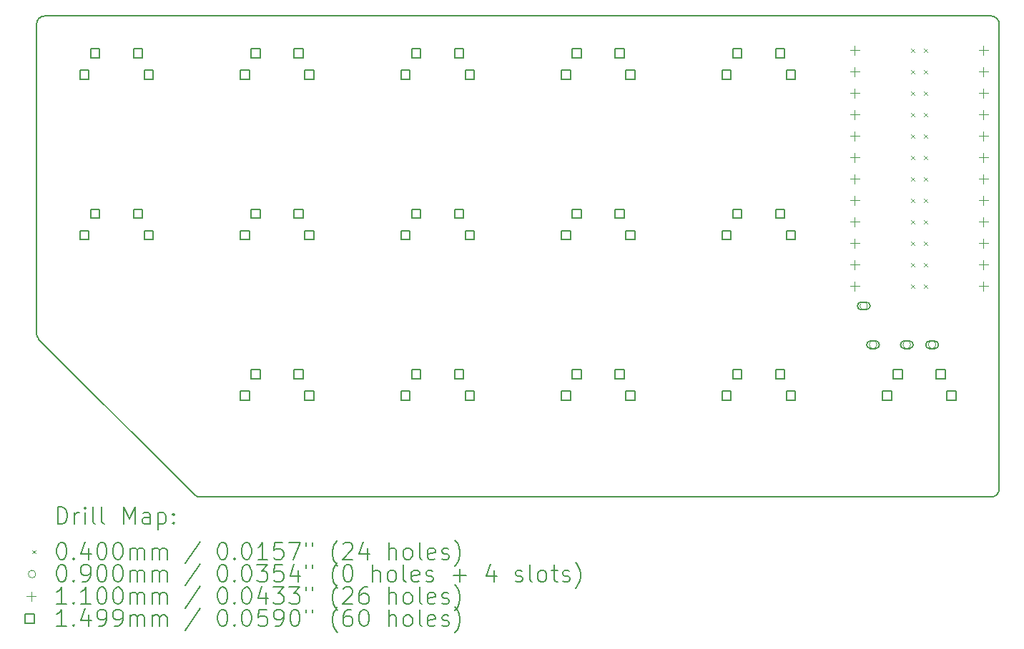
<source format=gbr>
%TF.GenerationSoftware,KiCad,Pcbnew,(6.0.8)*%
%TF.CreationDate,2022-10-06T19:39:48+11:00*%
%TF.ProjectId,bevel,62657665-6c2e-46b6-9963-61645f706362,v1.0.0*%
%TF.SameCoordinates,Original*%
%TF.FileFunction,Drillmap*%
%TF.FilePolarity,Positive*%
%FSLAX45Y45*%
G04 Gerber Fmt 4.5, Leading zero omitted, Abs format (unit mm)*
G04 Created by KiCad (PCBNEW (6.0.8)) date 2022-10-06 19:39:48*
%MOMM*%
%LPD*%
G01*
G04 APERTURE LIST*
%ADD10C,0.150000*%
%ADD11C,0.200000*%
%ADD12C,0.040000*%
%ADD13C,0.090000*%
%ADD14C,0.110000*%
%ADD15C,0.149860*%
G04 APERTURE END LIST*
D10*
X12600000Y-6800000D02*
X12600000Y-1300000D01*
X3141421Y-6900000D02*
X12500000Y-6900000D01*
X12600000Y-1300000D02*
G75*
G03*
X12500000Y-1200000I-100000J0D01*
G01*
X3070712Y-6870709D02*
G75*
G03*
X3141421Y-6900000I70708J70699D01*
G01*
X1200001Y-4958579D02*
G75*
G03*
X1229289Y-5029289I99999J-1D01*
G01*
X12500000Y-6900000D02*
G75*
G03*
X12600000Y-6800000I0J100000D01*
G01*
X1229289Y-5029289D02*
X3070711Y-6870711D01*
X1300000Y-1200000D02*
X12500000Y-1200000D01*
X1300000Y-1200000D02*
G75*
G03*
X1200000Y-1300000I0J-100000D01*
G01*
X1200000Y-1300000D02*
X1200000Y-4958579D01*
D11*
D12*
X11553800Y-1588000D02*
X11593800Y-1628000D01*
X11593800Y-1588000D02*
X11553800Y-1628000D01*
X11553800Y-1842000D02*
X11593800Y-1882000D01*
X11593800Y-1842000D02*
X11553800Y-1882000D01*
X11553800Y-2096000D02*
X11593800Y-2136000D01*
X11593800Y-2096000D02*
X11553800Y-2136000D01*
X11553800Y-2350000D02*
X11593800Y-2390000D01*
X11593800Y-2350000D02*
X11553800Y-2390000D01*
X11553800Y-2604000D02*
X11593800Y-2644000D01*
X11593800Y-2604000D02*
X11553800Y-2644000D01*
X11553800Y-2858000D02*
X11593800Y-2898000D01*
X11593800Y-2858000D02*
X11553800Y-2898000D01*
X11553800Y-3112000D02*
X11593800Y-3152000D01*
X11593800Y-3112000D02*
X11553800Y-3152000D01*
X11553800Y-3366000D02*
X11593800Y-3406000D01*
X11593800Y-3366000D02*
X11553800Y-3406000D01*
X11553800Y-3620000D02*
X11593800Y-3660000D01*
X11593800Y-3620000D02*
X11553800Y-3660000D01*
X11553800Y-3874000D02*
X11593800Y-3914000D01*
X11593800Y-3874000D02*
X11553800Y-3914000D01*
X11553800Y-4128000D02*
X11593800Y-4168000D01*
X11593800Y-4128000D02*
X11553800Y-4168000D01*
X11553800Y-4382000D02*
X11593800Y-4422000D01*
X11593800Y-4382000D02*
X11553800Y-4422000D01*
X11706200Y-1588000D02*
X11746200Y-1628000D01*
X11746200Y-1588000D02*
X11706200Y-1628000D01*
X11706200Y-1842000D02*
X11746200Y-1882000D01*
X11746200Y-1842000D02*
X11706200Y-1882000D01*
X11706200Y-2096000D02*
X11746200Y-2136000D01*
X11746200Y-2096000D02*
X11706200Y-2136000D01*
X11706200Y-2350000D02*
X11746200Y-2390000D01*
X11746200Y-2350000D02*
X11706200Y-2390000D01*
X11706200Y-2604000D02*
X11746200Y-2644000D01*
X11746200Y-2604000D02*
X11706200Y-2644000D01*
X11706200Y-2858000D02*
X11746200Y-2898000D01*
X11746200Y-2858000D02*
X11706200Y-2898000D01*
X11706200Y-3112000D02*
X11746200Y-3152000D01*
X11746200Y-3112000D02*
X11706200Y-3152000D01*
X11706200Y-3366000D02*
X11746200Y-3406000D01*
X11746200Y-3366000D02*
X11706200Y-3406000D01*
X11706200Y-3620000D02*
X11746200Y-3660000D01*
X11746200Y-3620000D02*
X11706200Y-3660000D01*
X11706200Y-3874000D02*
X11746200Y-3914000D01*
X11746200Y-3874000D02*
X11706200Y-3914000D01*
X11706200Y-4128000D02*
X11746200Y-4168000D01*
X11746200Y-4128000D02*
X11706200Y-4168000D01*
X11706200Y-4382000D02*
X11746200Y-4422000D01*
X11746200Y-4382000D02*
X11706200Y-4422000D01*
D13*
X11040000Y-4635000D02*
G75*
G03*
X11040000Y-4635000I-45000J0D01*
G01*
D11*
X11025000Y-4590000D02*
X10965000Y-4590000D01*
X11025000Y-4680000D02*
X10965000Y-4680000D01*
X10965000Y-4590000D02*
G75*
G03*
X10965000Y-4680000I0J-45000D01*
G01*
X11025000Y-4680000D02*
G75*
G03*
X11025000Y-4590000I0J45000D01*
G01*
D13*
X11150000Y-5095000D02*
G75*
G03*
X11150000Y-5095000I-45000J0D01*
G01*
D11*
X11135000Y-5050000D02*
X11075000Y-5050000D01*
X11135000Y-5140000D02*
X11075000Y-5140000D01*
X11075000Y-5050000D02*
G75*
G03*
X11075000Y-5140000I0J-45000D01*
G01*
X11135000Y-5140000D02*
G75*
G03*
X11135000Y-5050000I0J45000D01*
G01*
D13*
X11550000Y-5095000D02*
G75*
G03*
X11550000Y-5095000I-45000J0D01*
G01*
D11*
X11535000Y-5050000D02*
X11475000Y-5050000D01*
X11535000Y-5140000D02*
X11475000Y-5140000D01*
X11475000Y-5050000D02*
G75*
G03*
X11475000Y-5140000I0J-45000D01*
G01*
X11535000Y-5140000D02*
G75*
G03*
X11535000Y-5050000I0J45000D01*
G01*
D13*
X11850000Y-5095000D02*
G75*
G03*
X11850000Y-5095000I-45000J0D01*
G01*
D11*
X11835000Y-5050000D02*
X11775000Y-5050000D01*
X11835000Y-5140000D02*
X11775000Y-5140000D01*
X11775000Y-5050000D02*
G75*
G03*
X11775000Y-5140000I0J-45000D01*
G01*
X11835000Y-5140000D02*
G75*
G03*
X11835000Y-5050000I0J45000D01*
G01*
D14*
X10888000Y-1553000D02*
X10888000Y-1663000D01*
X10833000Y-1608000D02*
X10943000Y-1608000D01*
X10888000Y-1553000D02*
X10888000Y-1663000D01*
X10833000Y-1608000D02*
X10943000Y-1608000D01*
X10888000Y-1807000D02*
X10888000Y-1917000D01*
X10833000Y-1862000D02*
X10943000Y-1862000D01*
X10888000Y-2061000D02*
X10888000Y-2171000D01*
X10833000Y-2116000D02*
X10943000Y-2116000D01*
X10888000Y-2315000D02*
X10888000Y-2425000D01*
X10833000Y-2370000D02*
X10943000Y-2370000D01*
X10888000Y-2569000D02*
X10888000Y-2679000D01*
X10833000Y-2624000D02*
X10943000Y-2624000D01*
X10888000Y-2823000D02*
X10888000Y-2933000D01*
X10833000Y-2878000D02*
X10943000Y-2878000D01*
X10888000Y-3077000D02*
X10888000Y-3187000D01*
X10833000Y-3132000D02*
X10943000Y-3132000D01*
X10888000Y-3331000D02*
X10888000Y-3441000D01*
X10833000Y-3386000D02*
X10943000Y-3386000D01*
X10888000Y-3585000D02*
X10888000Y-3695000D01*
X10833000Y-3640000D02*
X10943000Y-3640000D01*
X10888000Y-3839000D02*
X10888000Y-3949000D01*
X10833000Y-3894000D02*
X10943000Y-3894000D01*
X10888000Y-4093000D02*
X10888000Y-4203000D01*
X10833000Y-4148000D02*
X10943000Y-4148000D01*
X10888000Y-4347000D02*
X10888000Y-4457000D01*
X10833000Y-4402000D02*
X10943000Y-4402000D01*
X12412000Y-1553000D02*
X12412000Y-1663000D01*
X12357000Y-1608000D02*
X12467000Y-1608000D01*
X12412000Y-1553000D02*
X12412000Y-1663000D01*
X12357000Y-1608000D02*
X12467000Y-1608000D01*
X12412000Y-1807000D02*
X12412000Y-1917000D01*
X12357000Y-1862000D02*
X12467000Y-1862000D01*
X12412000Y-2061000D02*
X12412000Y-2171000D01*
X12357000Y-2116000D02*
X12467000Y-2116000D01*
X12412000Y-2315000D02*
X12412000Y-2425000D01*
X12357000Y-2370000D02*
X12467000Y-2370000D01*
X12412000Y-2569000D02*
X12412000Y-2679000D01*
X12357000Y-2624000D02*
X12467000Y-2624000D01*
X12412000Y-2823000D02*
X12412000Y-2933000D01*
X12357000Y-2878000D02*
X12467000Y-2878000D01*
X12412000Y-3077000D02*
X12412000Y-3187000D01*
X12357000Y-3132000D02*
X12467000Y-3132000D01*
X12412000Y-3331000D02*
X12412000Y-3441000D01*
X12357000Y-3386000D02*
X12467000Y-3386000D01*
X12412000Y-3585000D02*
X12412000Y-3695000D01*
X12357000Y-3640000D02*
X12467000Y-3640000D01*
X12412000Y-3839000D02*
X12412000Y-3949000D01*
X12357000Y-3894000D02*
X12467000Y-3894000D01*
X12412000Y-4093000D02*
X12412000Y-4203000D01*
X12357000Y-4148000D02*
X12467000Y-4148000D01*
X12412000Y-4347000D02*
X12412000Y-4457000D01*
X12357000Y-4402000D02*
X12467000Y-4402000D01*
D15*
X1821984Y-1948984D02*
X1821984Y-1843016D01*
X1716016Y-1843016D01*
X1716016Y-1948984D01*
X1821984Y-1948984D01*
X1821984Y-3848984D02*
X1821984Y-3743016D01*
X1716016Y-3743016D01*
X1716016Y-3848984D01*
X1821984Y-3848984D01*
X1948984Y-1694984D02*
X1948984Y-1589016D01*
X1843016Y-1589016D01*
X1843016Y-1694984D01*
X1948984Y-1694984D01*
X1948984Y-3594984D02*
X1948984Y-3489016D01*
X1843016Y-3489016D01*
X1843016Y-3594984D01*
X1948984Y-3594984D01*
X2456984Y-1694984D02*
X2456984Y-1589016D01*
X2351016Y-1589016D01*
X2351016Y-1694984D01*
X2456984Y-1694984D01*
X2456984Y-3594984D02*
X2456984Y-3489016D01*
X2351016Y-3489016D01*
X2351016Y-3594984D01*
X2456984Y-3594984D01*
X2583984Y-1948984D02*
X2583984Y-1843016D01*
X2478016Y-1843016D01*
X2478016Y-1948984D01*
X2583984Y-1948984D01*
X2583984Y-3848984D02*
X2583984Y-3743016D01*
X2478016Y-3743016D01*
X2478016Y-3848984D01*
X2583984Y-3848984D01*
X3721984Y-1948984D02*
X3721984Y-1843016D01*
X3616016Y-1843016D01*
X3616016Y-1948984D01*
X3721984Y-1948984D01*
X3721984Y-3848984D02*
X3721984Y-3743016D01*
X3616016Y-3743016D01*
X3616016Y-3848984D01*
X3721984Y-3848984D01*
X3721984Y-5748984D02*
X3721984Y-5643016D01*
X3616016Y-5643016D01*
X3616016Y-5748984D01*
X3721984Y-5748984D01*
X3848984Y-1694984D02*
X3848984Y-1589016D01*
X3743016Y-1589016D01*
X3743016Y-1694984D01*
X3848984Y-1694984D01*
X3848984Y-3594984D02*
X3848984Y-3489016D01*
X3743016Y-3489016D01*
X3743016Y-3594984D01*
X3848984Y-3594984D01*
X3848984Y-5494984D02*
X3848984Y-5389016D01*
X3743016Y-5389016D01*
X3743016Y-5494984D01*
X3848984Y-5494984D01*
X4356984Y-1694984D02*
X4356984Y-1589016D01*
X4251016Y-1589016D01*
X4251016Y-1694984D01*
X4356984Y-1694984D01*
X4356984Y-3594984D02*
X4356984Y-3489016D01*
X4251016Y-3489016D01*
X4251016Y-3594984D01*
X4356984Y-3594984D01*
X4356984Y-5494984D02*
X4356984Y-5389016D01*
X4251016Y-5389016D01*
X4251016Y-5494984D01*
X4356984Y-5494984D01*
X4483984Y-1948984D02*
X4483984Y-1843016D01*
X4378016Y-1843016D01*
X4378016Y-1948984D01*
X4483984Y-1948984D01*
X4483984Y-3848984D02*
X4483984Y-3743016D01*
X4378016Y-3743016D01*
X4378016Y-3848984D01*
X4483984Y-3848984D01*
X4483984Y-5748984D02*
X4483984Y-5643016D01*
X4378016Y-5643016D01*
X4378016Y-5748984D01*
X4483984Y-5748984D01*
X5621984Y-1948984D02*
X5621984Y-1843016D01*
X5516016Y-1843016D01*
X5516016Y-1948984D01*
X5621984Y-1948984D01*
X5621984Y-3848984D02*
X5621984Y-3743016D01*
X5516016Y-3743016D01*
X5516016Y-3848984D01*
X5621984Y-3848984D01*
X5621984Y-5748984D02*
X5621984Y-5643016D01*
X5516016Y-5643016D01*
X5516016Y-5748984D01*
X5621984Y-5748984D01*
X5748984Y-1694984D02*
X5748984Y-1589016D01*
X5643016Y-1589016D01*
X5643016Y-1694984D01*
X5748984Y-1694984D01*
X5748984Y-3594984D02*
X5748984Y-3489016D01*
X5643016Y-3489016D01*
X5643016Y-3594984D01*
X5748984Y-3594984D01*
X5748984Y-5494984D02*
X5748984Y-5389016D01*
X5643016Y-5389016D01*
X5643016Y-5494984D01*
X5748984Y-5494984D01*
X6256984Y-1694984D02*
X6256984Y-1589016D01*
X6151016Y-1589016D01*
X6151016Y-1694984D01*
X6256984Y-1694984D01*
X6256984Y-3594984D02*
X6256984Y-3489016D01*
X6151016Y-3489016D01*
X6151016Y-3594984D01*
X6256984Y-3594984D01*
X6256984Y-5494984D02*
X6256984Y-5389016D01*
X6151016Y-5389016D01*
X6151016Y-5494984D01*
X6256984Y-5494984D01*
X6383984Y-1948984D02*
X6383984Y-1843016D01*
X6278016Y-1843016D01*
X6278016Y-1948984D01*
X6383984Y-1948984D01*
X6383984Y-3848984D02*
X6383984Y-3743016D01*
X6278016Y-3743016D01*
X6278016Y-3848984D01*
X6383984Y-3848984D01*
X6383984Y-5748984D02*
X6383984Y-5643016D01*
X6278016Y-5643016D01*
X6278016Y-5748984D01*
X6383984Y-5748984D01*
X7521984Y-1948984D02*
X7521984Y-1843016D01*
X7416016Y-1843016D01*
X7416016Y-1948984D01*
X7521984Y-1948984D01*
X7521984Y-3848984D02*
X7521984Y-3743016D01*
X7416016Y-3743016D01*
X7416016Y-3848984D01*
X7521984Y-3848984D01*
X7521984Y-5748984D02*
X7521984Y-5643016D01*
X7416016Y-5643016D01*
X7416016Y-5748984D01*
X7521984Y-5748984D01*
X7648984Y-1694984D02*
X7648984Y-1589016D01*
X7543016Y-1589016D01*
X7543016Y-1694984D01*
X7648984Y-1694984D01*
X7648984Y-3594984D02*
X7648984Y-3489016D01*
X7543016Y-3489016D01*
X7543016Y-3594984D01*
X7648984Y-3594984D01*
X7648984Y-5494984D02*
X7648984Y-5389016D01*
X7543016Y-5389016D01*
X7543016Y-5494984D01*
X7648984Y-5494984D01*
X8156984Y-1694984D02*
X8156984Y-1589016D01*
X8051016Y-1589016D01*
X8051016Y-1694984D01*
X8156984Y-1694984D01*
X8156984Y-3594984D02*
X8156984Y-3489016D01*
X8051016Y-3489016D01*
X8051016Y-3594984D01*
X8156984Y-3594984D01*
X8156984Y-5494984D02*
X8156984Y-5389016D01*
X8051016Y-5389016D01*
X8051016Y-5494984D01*
X8156984Y-5494984D01*
X8283984Y-1948984D02*
X8283984Y-1843016D01*
X8178016Y-1843016D01*
X8178016Y-1948984D01*
X8283984Y-1948984D01*
X8283984Y-3848984D02*
X8283984Y-3743016D01*
X8178016Y-3743016D01*
X8178016Y-3848984D01*
X8283984Y-3848984D01*
X8283984Y-5748984D02*
X8283984Y-5643016D01*
X8178016Y-5643016D01*
X8178016Y-5748984D01*
X8283984Y-5748984D01*
X9421984Y-1948984D02*
X9421984Y-1843016D01*
X9316016Y-1843016D01*
X9316016Y-1948984D01*
X9421984Y-1948984D01*
X9421984Y-3848984D02*
X9421984Y-3743016D01*
X9316016Y-3743016D01*
X9316016Y-3848984D01*
X9421984Y-3848984D01*
X9421984Y-5748984D02*
X9421984Y-5643016D01*
X9316016Y-5643016D01*
X9316016Y-5748984D01*
X9421984Y-5748984D01*
X9548984Y-1694984D02*
X9548984Y-1589016D01*
X9443016Y-1589016D01*
X9443016Y-1694984D01*
X9548984Y-1694984D01*
X9548984Y-3594984D02*
X9548984Y-3489016D01*
X9443016Y-3489016D01*
X9443016Y-3594984D01*
X9548984Y-3594984D01*
X9548984Y-5494984D02*
X9548984Y-5389016D01*
X9443016Y-5389016D01*
X9443016Y-5494984D01*
X9548984Y-5494984D01*
X10056984Y-1694984D02*
X10056984Y-1589016D01*
X9951016Y-1589016D01*
X9951016Y-1694984D01*
X10056984Y-1694984D01*
X10056984Y-3594984D02*
X10056984Y-3489016D01*
X9951016Y-3489016D01*
X9951016Y-3594984D01*
X10056984Y-3594984D01*
X10056984Y-5494984D02*
X10056984Y-5389016D01*
X9951016Y-5389016D01*
X9951016Y-5494984D01*
X10056984Y-5494984D01*
X10183984Y-1948984D02*
X10183984Y-1843016D01*
X10078016Y-1843016D01*
X10078016Y-1948984D01*
X10183984Y-1948984D01*
X10183984Y-3848984D02*
X10183984Y-3743016D01*
X10078016Y-3743016D01*
X10078016Y-3848984D01*
X10183984Y-3848984D01*
X10183984Y-5748984D02*
X10183984Y-5643016D01*
X10078016Y-5643016D01*
X10078016Y-5748984D01*
X10183984Y-5748984D01*
X11321984Y-5748984D02*
X11321984Y-5643016D01*
X11216016Y-5643016D01*
X11216016Y-5748984D01*
X11321984Y-5748984D01*
X11448984Y-5494984D02*
X11448984Y-5389016D01*
X11343016Y-5389016D01*
X11343016Y-5494984D01*
X11448984Y-5494984D01*
X11956984Y-5494984D02*
X11956984Y-5389016D01*
X11851016Y-5389016D01*
X11851016Y-5494984D01*
X11956984Y-5494984D01*
X12083984Y-5748984D02*
X12083984Y-5643016D01*
X11978016Y-5643016D01*
X11978016Y-5748984D01*
X12083984Y-5748984D01*
D11*
X1450119Y-7217976D02*
X1450119Y-7017976D01*
X1497738Y-7017976D01*
X1526309Y-7027500D01*
X1545357Y-7046548D01*
X1554881Y-7065595D01*
X1564405Y-7103690D01*
X1564405Y-7132262D01*
X1554881Y-7170357D01*
X1545357Y-7189405D01*
X1526309Y-7208452D01*
X1497738Y-7217976D01*
X1450119Y-7217976D01*
X1650119Y-7217976D02*
X1650119Y-7084643D01*
X1650119Y-7122738D02*
X1659643Y-7103690D01*
X1669167Y-7094167D01*
X1688214Y-7084643D01*
X1707262Y-7084643D01*
X1773928Y-7217976D02*
X1773928Y-7084643D01*
X1773928Y-7017976D02*
X1764405Y-7027500D01*
X1773928Y-7037024D01*
X1783452Y-7027500D01*
X1773928Y-7017976D01*
X1773928Y-7037024D01*
X1897738Y-7217976D02*
X1878690Y-7208452D01*
X1869167Y-7189405D01*
X1869167Y-7017976D01*
X2002500Y-7217976D02*
X1983452Y-7208452D01*
X1973928Y-7189405D01*
X1973928Y-7017976D01*
X2231071Y-7217976D02*
X2231071Y-7017976D01*
X2297738Y-7160833D01*
X2364405Y-7017976D01*
X2364405Y-7217976D01*
X2545357Y-7217976D02*
X2545357Y-7113214D01*
X2535833Y-7094167D01*
X2516786Y-7084643D01*
X2478690Y-7084643D01*
X2459643Y-7094167D01*
X2545357Y-7208452D02*
X2526310Y-7217976D01*
X2478690Y-7217976D01*
X2459643Y-7208452D01*
X2450119Y-7189405D01*
X2450119Y-7170357D01*
X2459643Y-7151309D01*
X2478690Y-7141786D01*
X2526310Y-7141786D01*
X2545357Y-7132262D01*
X2640595Y-7084643D02*
X2640595Y-7284643D01*
X2640595Y-7094167D02*
X2659643Y-7084643D01*
X2697738Y-7084643D01*
X2716786Y-7094167D01*
X2726310Y-7103690D01*
X2735833Y-7122738D01*
X2735833Y-7179881D01*
X2726310Y-7198928D01*
X2716786Y-7208452D01*
X2697738Y-7217976D01*
X2659643Y-7217976D01*
X2640595Y-7208452D01*
X2821548Y-7198928D02*
X2831071Y-7208452D01*
X2821548Y-7217976D01*
X2812024Y-7208452D01*
X2821548Y-7198928D01*
X2821548Y-7217976D01*
X2821548Y-7094167D02*
X2831071Y-7103690D01*
X2821548Y-7113214D01*
X2812024Y-7103690D01*
X2821548Y-7094167D01*
X2821548Y-7113214D01*
D12*
X1152500Y-7527500D02*
X1192500Y-7567500D01*
X1192500Y-7527500D02*
X1152500Y-7567500D01*
D11*
X1488214Y-7437976D02*
X1507262Y-7437976D01*
X1526309Y-7447500D01*
X1535833Y-7457024D01*
X1545357Y-7476071D01*
X1554881Y-7514167D01*
X1554881Y-7561786D01*
X1545357Y-7599881D01*
X1535833Y-7618928D01*
X1526309Y-7628452D01*
X1507262Y-7637976D01*
X1488214Y-7637976D01*
X1469167Y-7628452D01*
X1459643Y-7618928D01*
X1450119Y-7599881D01*
X1440595Y-7561786D01*
X1440595Y-7514167D01*
X1450119Y-7476071D01*
X1459643Y-7457024D01*
X1469167Y-7447500D01*
X1488214Y-7437976D01*
X1640595Y-7618928D02*
X1650119Y-7628452D01*
X1640595Y-7637976D01*
X1631071Y-7628452D01*
X1640595Y-7618928D01*
X1640595Y-7637976D01*
X1821548Y-7504643D02*
X1821548Y-7637976D01*
X1773928Y-7428452D02*
X1726309Y-7571309D01*
X1850119Y-7571309D01*
X1964405Y-7437976D02*
X1983452Y-7437976D01*
X2002500Y-7447500D01*
X2012024Y-7457024D01*
X2021548Y-7476071D01*
X2031071Y-7514167D01*
X2031071Y-7561786D01*
X2021548Y-7599881D01*
X2012024Y-7618928D01*
X2002500Y-7628452D01*
X1983452Y-7637976D01*
X1964405Y-7637976D01*
X1945357Y-7628452D01*
X1935833Y-7618928D01*
X1926309Y-7599881D01*
X1916786Y-7561786D01*
X1916786Y-7514167D01*
X1926309Y-7476071D01*
X1935833Y-7457024D01*
X1945357Y-7447500D01*
X1964405Y-7437976D01*
X2154881Y-7437976D02*
X2173929Y-7437976D01*
X2192976Y-7447500D01*
X2202500Y-7457024D01*
X2212024Y-7476071D01*
X2221548Y-7514167D01*
X2221548Y-7561786D01*
X2212024Y-7599881D01*
X2202500Y-7618928D01*
X2192976Y-7628452D01*
X2173929Y-7637976D01*
X2154881Y-7637976D01*
X2135833Y-7628452D01*
X2126310Y-7618928D01*
X2116786Y-7599881D01*
X2107262Y-7561786D01*
X2107262Y-7514167D01*
X2116786Y-7476071D01*
X2126310Y-7457024D01*
X2135833Y-7447500D01*
X2154881Y-7437976D01*
X2307262Y-7637976D02*
X2307262Y-7504643D01*
X2307262Y-7523690D02*
X2316786Y-7514167D01*
X2335833Y-7504643D01*
X2364405Y-7504643D01*
X2383452Y-7514167D01*
X2392976Y-7533214D01*
X2392976Y-7637976D01*
X2392976Y-7533214D02*
X2402500Y-7514167D01*
X2421548Y-7504643D01*
X2450119Y-7504643D01*
X2469167Y-7514167D01*
X2478690Y-7533214D01*
X2478690Y-7637976D01*
X2573929Y-7637976D02*
X2573929Y-7504643D01*
X2573929Y-7523690D02*
X2583452Y-7514167D01*
X2602500Y-7504643D01*
X2631071Y-7504643D01*
X2650119Y-7514167D01*
X2659643Y-7533214D01*
X2659643Y-7637976D01*
X2659643Y-7533214D02*
X2669167Y-7514167D01*
X2688214Y-7504643D01*
X2716786Y-7504643D01*
X2735833Y-7514167D01*
X2745357Y-7533214D01*
X2745357Y-7637976D01*
X3135833Y-7428452D02*
X2964405Y-7685595D01*
X3392976Y-7437976D02*
X3412024Y-7437976D01*
X3431071Y-7447500D01*
X3440595Y-7457024D01*
X3450119Y-7476071D01*
X3459643Y-7514167D01*
X3459643Y-7561786D01*
X3450119Y-7599881D01*
X3440595Y-7618928D01*
X3431071Y-7628452D01*
X3412024Y-7637976D01*
X3392976Y-7637976D01*
X3373928Y-7628452D01*
X3364405Y-7618928D01*
X3354881Y-7599881D01*
X3345357Y-7561786D01*
X3345357Y-7514167D01*
X3354881Y-7476071D01*
X3364405Y-7457024D01*
X3373928Y-7447500D01*
X3392976Y-7437976D01*
X3545357Y-7618928D02*
X3554881Y-7628452D01*
X3545357Y-7637976D01*
X3535833Y-7628452D01*
X3545357Y-7618928D01*
X3545357Y-7637976D01*
X3678690Y-7437976D02*
X3697738Y-7437976D01*
X3716786Y-7447500D01*
X3726309Y-7457024D01*
X3735833Y-7476071D01*
X3745357Y-7514167D01*
X3745357Y-7561786D01*
X3735833Y-7599881D01*
X3726309Y-7618928D01*
X3716786Y-7628452D01*
X3697738Y-7637976D01*
X3678690Y-7637976D01*
X3659643Y-7628452D01*
X3650119Y-7618928D01*
X3640595Y-7599881D01*
X3631071Y-7561786D01*
X3631071Y-7514167D01*
X3640595Y-7476071D01*
X3650119Y-7457024D01*
X3659643Y-7447500D01*
X3678690Y-7437976D01*
X3935833Y-7637976D02*
X3821548Y-7637976D01*
X3878690Y-7637976D02*
X3878690Y-7437976D01*
X3859643Y-7466548D01*
X3840595Y-7485595D01*
X3821548Y-7495119D01*
X4116786Y-7437976D02*
X4021548Y-7437976D01*
X4012024Y-7533214D01*
X4021548Y-7523690D01*
X4040595Y-7514167D01*
X4088214Y-7514167D01*
X4107262Y-7523690D01*
X4116786Y-7533214D01*
X4126309Y-7552262D01*
X4126309Y-7599881D01*
X4116786Y-7618928D01*
X4107262Y-7628452D01*
X4088214Y-7637976D01*
X4040595Y-7637976D01*
X4021548Y-7628452D01*
X4012024Y-7618928D01*
X4192976Y-7437976D02*
X4326310Y-7437976D01*
X4240595Y-7637976D01*
X4392976Y-7437976D02*
X4392976Y-7476071D01*
X4469167Y-7437976D02*
X4469167Y-7476071D01*
X4764405Y-7714167D02*
X4754881Y-7704643D01*
X4735833Y-7676071D01*
X4726310Y-7657024D01*
X4716786Y-7628452D01*
X4707262Y-7580833D01*
X4707262Y-7542738D01*
X4716786Y-7495119D01*
X4726310Y-7466548D01*
X4735833Y-7447500D01*
X4754881Y-7418928D01*
X4764405Y-7409405D01*
X4831071Y-7457024D02*
X4840595Y-7447500D01*
X4859643Y-7437976D01*
X4907262Y-7437976D01*
X4926310Y-7447500D01*
X4935833Y-7457024D01*
X4945357Y-7476071D01*
X4945357Y-7495119D01*
X4935833Y-7523690D01*
X4821548Y-7637976D01*
X4945357Y-7637976D01*
X5116786Y-7504643D02*
X5116786Y-7637976D01*
X5069167Y-7428452D02*
X5021548Y-7571309D01*
X5145357Y-7571309D01*
X5373929Y-7637976D02*
X5373929Y-7437976D01*
X5459643Y-7637976D02*
X5459643Y-7533214D01*
X5450119Y-7514167D01*
X5431071Y-7504643D01*
X5402500Y-7504643D01*
X5383452Y-7514167D01*
X5373929Y-7523690D01*
X5583452Y-7637976D02*
X5564405Y-7628452D01*
X5554881Y-7618928D01*
X5545357Y-7599881D01*
X5545357Y-7542738D01*
X5554881Y-7523690D01*
X5564405Y-7514167D01*
X5583452Y-7504643D01*
X5612024Y-7504643D01*
X5631071Y-7514167D01*
X5640595Y-7523690D01*
X5650119Y-7542738D01*
X5650119Y-7599881D01*
X5640595Y-7618928D01*
X5631071Y-7628452D01*
X5612024Y-7637976D01*
X5583452Y-7637976D01*
X5764405Y-7637976D02*
X5745357Y-7628452D01*
X5735833Y-7609405D01*
X5735833Y-7437976D01*
X5916786Y-7628452D02*
X5897738Y-7637976D01*
X5859643Y-7637976D01*
X5840595Y-7628452D01*
X5831071Y-7609405D01*
X5831071Y-7533214D01*
X5840595Y-7514167D01*
X5859643Y-7504643D01*
X5897738Y-7504643D01*
X5916786Y-7514167D01*
X5926309Y-7533214D01*
X5926309Y-7552262D01*
X5831071Y-7571309D01*
X6002500Y-7628452D02*
X6021548Y-7637976D01*
X6059643Y-7637976D01*
X6078690Y-7628452D01*
X6088214Y-7609405D01*
X6088214Y-7599881D01*
X6078690Y-7580833D01*
X6059643Y-7571309D01*
X6031071Y-7571309D01*
X6012024Y-7561786D01*
X6002500Y-7542738D01*
X6002500Y-7533214D01*
X6012024Y-7514167D01*
X6031071Y-7504643D01*
X6059643Y-7504643D01*
X6078690Y-7514167D01*
X6154881Y-7714167D02*
X6164405Y-7704643D01*
X6183452Y-7676071D01*
X6192976Y-7657024D01*
X6202500Y-7628452D01*
X6212024Y-7580833D01*
X6212024Y-7542738D01*
X6202500Y-7495119D01*
X6192976Y-7466548D01*
X6183452Y-7447500D01*
X6164405Y-7418928D01*
X6154881Y-7409405D01*
D13*
X1192500Y-7811500D02*
G75*
G03*
X1192500Y-7811500I-45000J0D01*
G01*
D11*
X1488214Y-7701976D02*
X1507262Y-7701976D01*
X1526309Y-7711500D01*
X1535833Y-7721024D01*
X1545357Y-7740071D01*
X1554881Y-7778167D01*
X1554881Y-7825786D01*
X1545357Y-7863881D01*
X1535833Y-7882928D01*
X1526309Y-7892452D01*
X1507262Y-7901976D01*
X1488214Y-7901976D01*
X1469167Y-7892452D01*
X1459643Y-7882928D01*
X1450119Y-7863881D01*
X1440595Y-7825786D01*
X1440595Y-7778167D01*
X1450119Y-7740071D01*
X1459643Y-7721024D01*
X1469167Y-7711500D01*
X1488214Y-7701976D01*
X1640595Y-7882928D02*
X1650119Y-7892452D01*
X1640595Y-7901976D01*
X1631071Y-7892452D01*
X1640595Y-7882928D01*
X1640595Y-7901976D01*
X1745357Y-7901976D02*
X1783452Y-7901976D01*
X1802500Y-7892452D01*
X1812024Y-7882928D01*
X1831071Y-7854357D01*
X1840595Y-7816262D01*
X1840595Y-7740071D01*
X1831071Y-7721024D01*
X1821548Y-7711500D01*
X1802500Y-7701976D01*
X1764405Y-7701976D01*
X1745357Y-7711500D01*
X1735833Y-7721024D01*
X1726309Y-7740071D01*
X1726309Y-7787690D01*
X1735833Y-7806738D01*
X1745357Y-7816262D01*
X1764405Y-7825786D01*
X1802500Y-7825786D01*
X1821548Y-7816262D01*
X1831071Y-7806738D01*
X1840595Y-7787690D01*
X1964405Y-7701976D02*
X1983452Y-7701976D01*
X2002500Y-7711500D01*
X2012024Y-7721024D01*
X2021548Y-7740071D01*
X2031071Y-7778167D01*
X2031071Y-7825786D01*
X2021548Y-7863881D01*
X2012024Y-7882928D01*
X2002500Y-7892452D01*
X1983452Y-7901976D01*
X1964405Y-7901976D01*
X1945357Y-7892452D01*
X1935833Y-7882928D01*
X1926309Y-7863881D01*
X1916786Y-7825786D01*
X1916786Y-7778167D01*
X1926309Y-7740071D01*
X1935833Y-7721024D01*
X1945357Y-7711500D01*
X1964405Y-7701976D01*
X2154881Y-7701976D02*
X2173929Y-7701976D01*
X2192976Y-7711500D01*
X2202500Y-7721024D01*
X2212024Y-7740071D01*
X2221548Y-7778167D01*
X2221548Y-7825786D01*
X2212024Y-7863881D01*
X2202500Y-7882928D01*
X2192976Y-7892452D01*
X2173929Y-7901976D01*
X2154881Y-7901976D01*
X2135833Y-7892452D01*
X2126310Y-7882928D01*
X2116786Y-7863881D01*
X2107262Y-7825786D01*
X2107262Y-7778167D01*
X2116786Y-7740071D01*
X2126310Y-7721024D01*
X2135833Y-7711500D01*
X2154881Y-7701976D01*
X2307262Y-7901976D02*
X2307262Y-7768643D01*
X2307262Y-7787690D02*
X2316786Y-7778167D01*
X2335833Y-7768643D01*
X2364405Y-7768643D01*
X2383452Y-7778167D01*
X2392976Y-7797214D01*
X2392976Y-7901976D01*
X2392976Y-7797214D02*
X2402500Y-7778167D01*
X2421548Y-7768643D01*
X2450119Y-7768643D01*
X2469167Y-7778167D01*
X2478690Y-7797214D01*
X2478690Y-7901976D01*
X2573929Y-7901976D02*
X2573929Y-7768643D01*
X2573929Y-7787690D02*
X2583452Y-7778167D01*
X2602500Y-7768643D01*
X2631071Y-7768643D01*
X2650119Y-7778167D01*
X2659643Y-7797214D01*
X2659643Y-7901976D01*
X2659643Y-7797214D02*
X2669167Y-7778167D01*
X2688214Y-7768643D01*
X2716786Y-7768643D01*
X2735833Y-7778167D01*
X2745357Y-7797214D01*
X2745357Y-7901976D01*
X3135833Y-7692452D02*
X2964405Y-7949595D01*
X3392976Y-7701976D02*
X3412024Y-7701976D01*
X3431071Y-7711500D01*
X3440595Y-7721024D01*
X3450119Y-7740071D01*
X3459643Y-7778167D01*
X3459643Y-7825786D01*
X3450119Y-7863881D01*
X3440595Y-7882928D01*
X3431071Y-7892452D01*
X3412024Y-7901976D01*
X3392976Y-7901976D01*
X3373928Y-7892452D01*
X3364405Y-7882928D01*
X3354881Y-7863881D01*
X3345357Y-7825786D01*
X3345357Y-7778167D01*
X3354881Y-7740071D01*
X3364405Y-7721024D01*
X3373928Y-7711500D01*
X3392976Y-7701976D01*
X3545357Y-7882928D02*
X3554881Y-7892452D01*
X3545357Y-7901976D01*
X3535833Y-7892452D01*
X3545357Y-7882928D01*
X3545357Y-7901976D01*
X3678690Y-7701976D02*
X3697738Y-7701976D01*
X3716786Y-7711500D01*
X3726309Y-7721024D01*
X3735833Y-7740071D01*
X3745357Y-7778167D01*
X3745357Y-7825786D01*
X3735833Y-7863881D01*
X3726309Y-7882928D01*
X3716786Y-7892452D01*
X3697738Y-7901976D01*
X3678690Y-7901976D01*
X3659643Y-7892452D01*
X3650119Y-7882928D01*
X3640595Y-7863881D01*
X3631071Y-7825786D01*
X3631071Y-7778167D01*
X3640595Y-7740071D01*
X3650119Y-7721024D01*
X3659643Y-7711500D01*
X3678690Y-7701976D01*
X3812024Y-7701976D02*
X3935833Y-7701976D01*
X3869167Y-7778167D01*
X3897738Y-7778167D01*
X3916786Y-7787690D01*
X3926309Y-7797214D01*
X3935833Y-7816262D01*
X3935833Y-7863881D01*
X3926309Y-7882928D01*
X3916786Y-7892452D01*
X3897738Y-7901976D01*
X3840595Y-7901976D01*
X3821548Y-7892452D01*
X3812024Y-7882928D01*
X4116786Y-7701976D02*
X4021548Y-7701976D01*
X4012024Y-7797214D01*
X4021548Y-7787690D01*
X4040595Y-7778167D01*
X4088214Y-7778167D01*
X4107262Y-7787690D01*
X4116786Y-7797214D01*
X4126309Y-7816262D01*
X4126309Y-7863881D01*
X4116786Y-7882928D01*
X4107262Y-7892452D01*
X4088214Y-7901976D01*
X4040595Y-7901976D01*
X4021548Y-7892452D01*
X4012024Y-7882928D01*
X4297738Y-7768643D02*
X4297738Y-7901976D01*
X4250119Y-7692452D02*
X4202500Y-7835309D01*
X4326310Y-7835309D01*
X4392976Y-7701976D02*
X4392976Y-7740071D01*
X4469167Y-7701976D02*
X4469167Y-7740071D01*
X4764405Y-7978167D02*
X4754881Y-7968643D01*
X4735833Y-7940071D01*
X4726310Y-7921024D01*
X4716786Y-7892452D01*
X4707262Y-7844833D01*
X4707262Y-7806738D01*
X4716786Y-7759119D01*
X4726310Y-7730548D01*
X4735833Y-7711500D01*
X4754881Y-7682928D01*
X4764405Y-7673405D01*
X4878690Y-7701976D02*
X4897738Y-7701976D01*
X4916786Y-7711500D01*
X4926310Y-7721024D01*
X4935833Y-7740071D01*
X4945357Y-7778167D01*
X4945357Y-7825786D01*
X4935833Y-7863881D01*
X4926310Y-7882928D01*
X4916786Y-7892452D01*
X4897738Y-7901976D01*
X4878690Y-7901976D01*
X4859643Y-7892452D01*
X4850119Y-7882928D01*
X4840595Y-7863881D01*
X4831071Y-7825786D01*
X4831071Y-7778167D01*
X4840595Y-7740071D01*
X4850119Y-7721024D01*
X4859643Y-7711500D01*
X4878690Y-7701976D01*
X5183452Y-7901976D02*
X5183452Y-7701976D01*
X5269167Y-7901976D02*
X5269167Y-7797214D01*
X5259643Y-7778167D01*
X5240595Y-7768643D01*
X5212024Y-7768643D01*
X5192976Y-7778167D01*
X5183452Y-7787690D01*
X5392976Y-7901976D02*
X5373929Y-7892452D01*
X5364405Y-7882928D01*
X5354881Y-7863881D01*
X5354881Y-7806738D01*
X5364405Y-7787690D01*
X5373929Y-7778167D01*
X5392976Y-7768643D01*
X5421548Y-7768643D01*
X5440595Y-7778167D01*
X5450119Y-7787690D01*
X5459643Y-7806738D01*
X5459643Y-7863881D01*
X5450119Y-7882928D01*
X5440595Y-7892452D01*
X5421548Y-7901976D01*
X5392976Y-7901976D01*
X5573929Y-7901976D02*
X5554881Y-7892452D01*
X5545357Y-7873405D01*
X5545357Y-7701976D01*
X5726309Y-7892452D02*
X5707262Y-7901976D01*
X5669167Y-7901976D01*
X5650119Y-7892452D01*
X5640595Y-7873405D01*
X5640595Y-7797214D01*
X5650119Y-7778167D01*
X5669167Y-7768643D01*
X5707262Y-7768643D01*
X5726309Y-7778167D01*
X5735833Y-7797214D01*
X5735833Y-7816262D01*
X5640595Y-7835309D01*
X5812024Y-7892452D02*
X5831071Y-7901976D01*
X5869167Y-7901976D01*
X5888214Y-7892452D01*
X5897738Y-7873405D01*
X5897738Y-7863881D01*
X5888214Y-7844833D01*
X5869167Y-7835309D01*
X5840595Y-7835309D01*
X5821548Y-7825786D01*
X5812024Y-7806738D01*
X5812024Y-7797214D01*
X5821548Y-7778167D01*
X5840595Y-7768643D01*
X5869167Y-7768643D01*
X5888214Y-7778167D01*
X6135833Y-7825786D02*
X6288214Y-7825786D01*
X6212024Y-7901976D02*
X6212024Y-7749595D01*
X6621548Y-7768643D02*
X6621548Y-7901976D01*
X6573928Y-7692452D02*
X6526309Y-7835309D01*
X6650119Y-7835309D01*
X6869167Y-7892452D02*
X6888214Y-7901976D01*
X6926309Y-7901976D01*
X6945357Y-7892452D01*
X6954881Y-7873405D01*
X6954881Y-7863881D01*
X6945357Y-7844833D01*
X6926309Y-7835309D01*
X6897738Y-7835309D01*
X6878690Y-7825786D01*
X6869167Y-7806738D01*
X6869167Y-7797214D01*
X6878690Y-7778167D01*
X6897738Y-7768643D01*
X6926309Y-7768643D01*
X6945357Y-7778167D01*
X7069167Y-7901976D02*
X7050119Y-7892452D01*
X7040595Y-7873405D01*
X7040595Y-7701976D01*
X7173928Y-7901976D02*
X7154881Y-7892452D01*
X7145357Y-7882928D01*
X7135833Y-7863881D01*
X7135833Y-7806738D01*
X7145357Y-7787690D01*
X7154881Y-7778167D01*
X7173928Y-7768643D01*
X7202500Y-7768643D01*
X7221548Y-7778167D01*
X7231071Y-7787690D01*
X7240595Y-7806738D01*
X7240595Y-7863881D01*
X7231071Y-7882928D01*
X7221548Y-7892452D01*
X7202500Y-7901976D01*
X7173928Y-7901976D01*
X7297738Y-7768643D02*
X7373928Y-7768643D01*
X7326309Y-7701976D02*
X7326309Y-7873405D01*
X7335833Y-7892452D01*
X7354881Y-7901976D01*
X7373928Y-7901976D01*
X7431071Y-7892452D02*
X7450119Y-7901976D01*
X7488214Y-7901976D01*
X7507262Y-7892452D01*
X7516786Y-7873405D01*
X7516786Y-7863881D01*
X7507262Y-7844833D01*
X7488214Y-7835309D01*
X7459643Y-7835309D01*
X7440595Y-7825786D01*
X7431071Y-7806738D01*
X7431071Y-7797214D01*
X7440595Y-7778167D01*
X7459643Y-7768643D01*
X7488214Y-7768643D01*
X7507262Y-7778167D01*
X7583452Y-7978167D02*
X7592976Y-7968643D01*
X7612024Y-7940071D01*
X7621548Y-7921024D01*
X7631071Y-7892452D01*
X7640595Y-7844833D01*
X7640595Y-7806738D01*
X7631071Y-7759119D01*
X7621548Y-7730548D01*
X7612024Y-7711500D01*
X7592976Y-7682928D01*
X7583452Y-7673405D01*
D14*
X1137500Y-8020500D02*
X1137500Y-8130500D01*
X1082500Y-8075500D02*
X1192500Y-8075500D01*
D11*
X1554881Y-8165976D02*
X1440595Y-8165976D01*
X1497738Y-8165976D02*
X1497738Y-7965976D01*
X1478690Y-7994548D01*
X1459643Y-8013595D01*
X1440595Y-8023119D01*
X1640595Y-8146928D02*
X1650119Y-8156452D01*
X1640595Y-8165976D01*
X1631071Y-8156452D01*
X1640595Y-8146928D01*
X1640595Y-8165976D01*
X1840595Y-8165976D02*
X1726309Y-8165976D01*
X1783452Y-8165976D02*
X1783452Y-7965976D01*
X1764405Y-7994548D01*
X1745357Y-8013595D01*
X1726309Y-8023119D01*
X1964405Y-7965976D02*
X1983452Y-7965976D01*
X2002500Y-7975500D01*
X2012024Y-7985024D01*
X2021548Y-8004071D01*
X2031071Y-8042167D01*
X2031071Y-8089786D01*
X2021548Y-8127881D01*
X2012024Y-8146928D01*
X2002500Y-8156452D01*
X1983452Y-8165976D01*
X1964405Y-8165976D01*
X1945357Y-8156452D01*
X1935833Y-8146928D01*
X1926309Y-8127881D01*
X1916786Y-8089786D01*
X1916786Y-8042167D01*
X1926309Y-8004071D01*
X1935833Y-7985024D01*
X1945357Y-7975500D01*
X1964405Y-7965976D01*
X2154881Y-7965976D02*
X2173929Y-7965976D01*
X2192976Y-7975500D01*
X2202500Y-7985024D01*
X2212024Y-8004071D01*
X2221548Y-8042167D01*
X2221548Y-8089786D01*
X2212024Y-8127881D01*
X2202500Y-8146928D01*
X2192976Y-8156452D01*
X2173929Y-8165976D01*
X2154881Y-8165976D01*
X2135833Y-8156452D01*
X2126310Y-8146928D01*
X2116786Y-8127881D01*
X2107262Y-8089786D01*
X2107262Y-8042167D01*
X2116786Y-8004071D01*
X2126310Y-7985024D01*
X2135833Y-7975500D01*
X2154881Y-7965976D01*
X2307262Y-8165976D02*
X2307262Y-8032643D01*
X2307262Y-8051690D02*
X2316786Y-8042167D01*
X2335833Y-8032643D01*
X2364405Y-8032643D01*
X2383452Y-8042167D01*
X2392976Y-8061214D01*
X2392976Y-8165976D01*
X2392976Y-8061214D02*
X2402500Y-8042167D01*
X2421548Y-8032643D01*
X2450119Y-8032643D01*
X2469167Y-8042167D01*
X2478690Y-8061214D01*
X2478690Y-8165976D01*
X2573929Y-8165976D02*
X2573929Y-8032643D01*
X2573929Y-8051690D02*
X2583452Y-8042167D01*
X2602500Y-8032643D01*
X2631071Y-8032643D01*
X2650119Y-8042167D01*
X2659643Y-8061214D01*
X2659643Y-8165976D01*
X2659643Y-8061214D02*
X2669167Y-8042167D01*
X2688214Y-8032643D01*
X2716786Y-8032643D01*
X2735833Y-8042167D01*
X2745357Y-8061214D01*
X2745357Y-8165976D01*
X3135833Y-7956452D02*
X2964405Y-8213595D01*
X3392976Y-7965976D02*
X3412024Y-7965976D01*
X3431071Y-7975500D01*
X3440595Y-7985024D01*
X3450119Y-8004071D01*
X3459643Y-8042167D01*
X3459643Y-8089786D01*
X3450119Y-8127881D01*
X3440595Y-8146928D01*
X3431071Y-8156452D01*
X3412024Y-8165976D01*
X3392976Y-8165976D01*
X3373928Y-8156452D01*
X3364405Y-8146928D01*
X3354881Y-8127881D01*
X3345357Y-8089786D01*
X3345357Y-8042167D01*
X3354881Y-8004071D01*
X3364405Y-7985024D01*
X3373928Y-7975500D01*
X3392976Y-7965976D01*
X3545357Y-8146928D02*
X3554881Y-8156452D01*
X3545357Y-8165976D01*
X3535833Y-8156452D01*
X3545357Y-8146928D01*
X3545357Y-8165976D01*
X3678690Y-7965976D02*
X3697738Y-7965976D01*
X3716786Y-7975500D01*
X3726309Y-7985024D01*
X3735833Y-8004071D01*
X3745357Y-8042167D01*
X3745357Y-8089786D01*
X3735833Y-8127881D01*
X3726309Y-8146928D01*
X3716786Y-8156452D01*
X3697738Y-8165976D01*
X3678690Y-8165976D01*
X3659643Y-8156452D01*
X3650119Y-8146928D01*
X3640595Y-8127881D01*
X3631071Y-8089786D01*
X3631071Y-8042167D01*
X3640595Y-8004071D01*
X3650119Y-7985024D01*
X3659643Y-7975500D01*
X3678690Y-7965976D01*
X3916786Y-8032643D02*
X3916786Y-8165976D01*
X3869167Y-7956452D02*
X3821548Y-8099309D01*
X3945357Y-8099309D01*
X4002500Y-7965976D02*
X4126309Y-7965976D01*
X4059643Y-8042167D01*
X4088214Y-8042167D01*
X4107262Y-8051690D01*
X4116786Y-8061214D01*
X4126309Y-8080262D01*
X4126309Y-8127881D01*
X4116786Y-8146928D01*
X4107262Y-8156452D01*
X4088214Y-8165976D01*
X4031071Y-8165976D01*
X4012024Y-8156452D01*
X4002500Y-8146928D01*
X4192976Y-7965976D02*
X4316786Y-7965976D01*
X4250119Y-8042167D01*
X4278690Y-8042167D01*
X4297738Y-8051690D01*
X4307262Y-8061214D01*
X4316786Y-8080262D01*
X4316786Y-8127881D01*
X4307262Y-8146928D01*
X4297738Y-8156452D01*
X4278690Y-8165976D01*
X4221548Y-8165976D01*
X4202500Y-8156452D01*
X4192976Y-8146928D01*
X4392976Y-7965976D02*
X4392976Y-8004071D01*
X4469167Y-7965976D02*
X4469167Y-8004071D01*
X4764405Y-8242167D02*
X4754881Y-8232643D01*
X4735833Y-8204071D01*
X4726310Y-8185024D01*
X4716786Y-8156452D01*
X4707262Y-8108833D01*
X4707262Y-8070738D01*
X4716786Y-8023119D01*
X4726310Y-7994548D01*
X4735833Y-7975500D01*
X4754881Y-7946928D01*
X4764405Y-7937405D01*
X4831071Y-7985024D02*
X4840595Y-7975500D01*
X4859643Y-7965976D01*
X4907262Y-7965976D01*
X4926310Y-7975500D01*
X4935833Y-7985024D01*
X4945357Y-8004071D01*
X4945357Y-8023119D01*
X4935833Y-8051690D01*
X4821548Y-8165976D01*
X4945357Y-8165976D01*
X5116786Y-7965976D02*
X5078690Y-7965976D01*
X5059643Y-7975500D01*
X5050119Y-7985024D01*
X5031071Y-8013595D01*
X5021548Y-8051690D01*
X5021548Y-8127881D01*
X5031071Y-8146928D01*
X5040595Y-8156452D01*
X5059643Y-8165976D01*
X5097738Y-8165976D01*
X5116786Y-8156452D01*
X5126310Y-8146928D01*
X5135833Y-8127881D01*
X5135833Y-8080262D01*
X5126310Y-8061214D01*
X5116786Y-8051690D01*
X5097738Y-8042167D01*
X5059643Y-8042167D01*
X5040595Y-8051690D01*
X5031071Y-8061214D01*
X5021548Y-8080262D01*
X5373929Y-8165976D02*
X5373929Y-7965976D01*
X5459643Y-8165976D02*
X5459643Y-8061214D01*
X5450119Y-8042167D01*
X5431071Y-8032643D01*
X5402500Y-8032643D01*
X5383452Y-8042167D01*
X5373929Y-8051690D01*
X5583452Y-8165976D02*
X5564405Y-8156452D01*
X5554881Y-8146928D01*
X5545357Y-8127881D01*
X5545357Y-8070738D01*
X5554881Y-8051690D01*
X5564405Y-8042167D01*
X5583452Y-8032643D01*
X5612024Y-8032643D01*
X5631071Y-8042167D01*
X5640595Y-8051690D01*
X5650119Y-8070738D01*
X5650119Y-8127881D01*
X5640595Y-8146928D01*
X5631071Y-8156452D01*
X5612024Y-8165976D01*
X5583452Y-8165976D01*
X5764405Y-8165976D02*
X5745357Y-8156452D01*
X5735833Y-8137405D01*
X5735833Y-7965976D01*
X5916786Y-8156452D02*
X5897738Y-8165976D01*
X5859643Y-8165976D01*
X5840595Y-8156452D01*
X5831071Y-8137405D01*
X5831071Y-8061214D01*
X5840595Y-8042167D01*
X5859643Y-8032643D01*
X5897738Y-8032643D01*
X5916786Y-8042167D01*
X5926309Y-8061214D01*
X5926309Y-8080262D01*
X5831071Y-8099309D01*
X6002500Y-8156452D02*
X6021548Y-8165976D01*
X6059643Y-8165976D01*
X6078690Y-8156452D01*
X6088214Y-8137405D01*
X6088214Y-8127881D01*
X6078690Y-8108833D01*
X6059643Y-8099309D01*
X6031071Y-8099309D01*
X6012024Y-8089786D01*
X6002500Y-8070738D01*
X6002500Y-8061214D01*
X6012024Y-8042167D01*
X6031071Y-8032643D01*
X6059643Y-8032643D01*
X6078690Y-8042167D01*
X6154881Y-8242167D02*
X6164405Y-8232643D01*
X6183452Y-8204071D01*
X6192976Y-8185024D01*
X6202500Y-8156452D01*
X6212024Y-8108833D01*
X6212024Y-8070738D01*
X6202500Y-8023119D01*
X6192976Y-7994548D01*
X6183452Y-7975500D01*
X6164405Y-7946928D01*
X6154881Y-7937405D01*
D15*
X1170554Y-8392484D02*
X1170554Y-8286516D01*
X1064586Y-8286516D01*
X1064586Y-8392484D01*
X1170554Y-8392484D01*
D11*
X1554881Y-8429976D02*
X1440595Y-8429976D01*
X1497738Y-8429976D02*
X1497738Y-8229976D01*
X1478690Y-8258548D01*
X1459643Y-8277595D01*
X1440595Y-8287119D01*
X1640595Y-8410929D02*
X1650119Y-8420452D01*
X1640595Y-8429976D01*
X1631071Y-8420452D01*
X1640595Y-8410929D01*
X1640595Y-8429976D01*
X1821548Y-8296643D02*
X1821548Y-8429976D01*
X1773928Y-8220452D02*
X1726309Y-8363309D01*
X1850119Y-8363309D01*
X1935833Y-8429976D02*
X1973928Y-8429976D01*
X1992976Y-8420452D01*
X2002500Y-8410929D01*
X2021548Y-8382357D01*
X2031071Y-8344262D01*
X2031071Y-8268071D01*
X2021548Y-8249024D01*
X2012024Y-8239500D01*
X1992976Y-8229976D01*
X1954881Y-8229976D01*
X1935833Y-8239500D01*
X1926309Y-8249024D01*
X1916786Y-8268071D01*
X1916786Y-8315690D01*
X1926309Y-8334738D01*
X1935833Y-8344262D01*
X1954881Y-8353786D01*
X1992976Y-8353786D01*
X2012024Y-8344262D01*
X2021548Y-8334738D01*
X2031071Y-8315690D01*
X2126310Y-8429976D02*
X2164405Y-8429976D01*
X2183452Y-8420452D01*
X2192976Y-8410929D01*
X2212024Y-8382357D01*
X2221548Y-8344262D01*
X2221548Y-8268071D01*
X2212024Y-8249024D01*
X2202500Y-8239500D01*
X2183452Y-8229976D01*
X2145357Y-8229976D01*
X2126310Y-8239500D01*
X2116786Y-8249024D01*
X2107262Y-8268071D01*
X2107262Y-8315690D01*
X2116786Y-8334738D01*
X2126310Y-8344262D01*
X2145357Y-8353786D01*
X2183452Y-8353786D01*
X2202500Y-8344262D01*
X2212024Y-8334738D01*
X2221548Y-8315690D01*
X2307262Y-8429976D02*
X2307262Y-8296643D01*
X2307262Y-8315690D02*
X2316786Y-8306167D01*
X2335833Y-8296643D01*
X2364405Y-8296643D01*
X2383452Y-8306167D01*
X2392976Y-8325214D01*
X2392976Y-8429976D01*
X2392976Y-8325214D02*
X2402500Y-8306167D01*
X2421548Y-8296643D01*
X2450119Y-8296643D01*
X2469167Y-8306167D01*
X2478690Y-8325214D01*
X2478690Y-8429976D01*
X2573929Y-8429976D02*
X2573929Y-8296643D01*
X2573929Y-8315690D02*
X2583452Y-8306167D01*
X2602500Y-8296643D01*
X2631071Y-8296643D01*
X2650119Y-8306167D01*
X2659643Y-8325214D01*
X2659643Y-8429976D01*
X2659643Y-8325214D02*
X2669167Y-8306167D01*
X2688214Y-8296643D01*
X2716786Y-8296643D01*
X2735833Y-8306167D01*
X2745357Y-8325214D01*
X2745357Y-8429976D01*
X3135833Y-8220452D02*
X2964405Y-8477595D01*
X3392976Y-8229976D02*
X3412024Y-8229976D01*
X3431071Y-8239500D01*
X3440595Y-8249024D01*
X3450119Y-8268071D01*
X3459643Y-8306167D01*
X3459643Y-8353786D01*
X3450119Y-8391881D01*
X3440595Y-8410929D01*
X3431071Y-8420452D01*
X3412024Y-8429976D01*
X3392976Y-8429976D01*
X3373928Y-8420452D01*
X3364405Y-8410929D01*
X3354881Y-8391881D01*
X3345357Y-8353786D01*
X3345357Y-8306167D01*
X3354881Y-8268071D01*
X3364405Y-8249024D01*
X3373928Y-8239500D01*
X3392976Y-8229976D01*
X3545357Y-8410929D02*
X3554881Y-8420452D01*
X3545357Y-8429976D01*
X3535833Y-8420452D01*
X3545357Y-8410929D01*
X3545357Y-8429976D01*
X3678690Y-8229976D02*
X3697738Y-8229976D01*
X3716786Y-8239500D01*
X3726309Y-8249024D01*
X3735833Y-8268071D01*
X3745357Y-8306167D01*
X3745357Y-8353786D01*
X3735833Y-8391881D01*
X3726309Y-8410929D01*
X3716786Y-8420452D01*
X3697738Y-8429976D01*
X3678690Y-8429976D01*
X3659643Y-8420452D01*
X3650119Y-8410929D01*
X3640595Y-8391881D01*
X3631071Y-8353786D01*
X3631071Y-8306167D01*
X3640595Y-8268071D01*
X3650119Y-8249024D01*
X3659643Y-8239500D01*
X3678690Y-8229976D01*
X3926309Y-8229976D02*
X3831071Y-8229976D01*
X3821548Y-8325214D01*
X3831071Y-8315690D01*
X3850119Y-8306167D01*
X3897738Y-8306167D01*
X3916786Y-8315690D01*
X3926309Y-8325214D01*
X3935833Y-8344262D01*
X3935833Y-8391881D01*
X3926309Y-8410929D01*
X3916786Y-8420452D01*
X3897738Y-8429976D01*
X3850119Y-8429976D01*
X3831071Y-8420452D01*
X3821548Y-8410929D01*
X4031071Y-8429976D02*
X4069167Y-8429976D01*
X4088214Y-8420452D01*
X4097738Y-8410929D01*
X4116786Y-8382357D01*
X4126309Y-8344262D01*
X4126309Y-8268071D01*
X4116786Y-8249024D01*
X4107262Y-8239500D01*
X4088214Y-8229976D01*
X4050119Y-8229976D01*
X4031071Y-8239500D01*
X4021548Y-8249024D01*
X4012024Y-8268071D01*
X4012024Y-8315690D01*
X4021548Y-8334738D01*
X4031071Y-8344262D01*
X4050119Y-8353786D01*
X4088214Y-8353786D01*
X4107262Y-8344262D01*
X4116786Y-8334738D01*
X4126309Y-8315690D01*
X4250119Y-8229976D02*
X4269167Y-8229976D01*
X4288214Y-8239500D01*
X4297738Y-8249024D01*
X4307262Y-8268071D01*
X4316786Y-8306167D01*
X4316786Y-8353786D01*
X4307262Y-8391881D01*
X4297738Y-8410929D01*
X4288214Y-8420452D01*
X4269167Y-8429976D01*
X4250119Y-8429976D01*
X4231071Y-8420452D01*
X4221548Y-8410929D01*
X4212024Y-8391881D01*
X4202500Y-8353786D01*
X4202500Y-8306167D01*
X4212024Y-8268071D01*
X4221548Y-8249024D01*
X4231071Y-8239500D01*
X4250119Y-8229976D01*
X4392976Y-8229976D02*
X4392976Y-8268071D01*
X4469167Y-8229976D02*
X4469167Y-8268071D01*
X4764405Y-8506167D02*
X4754881Y-8496643D01*
X4735833Y-8468071D01*
X4726310Y-8449024D01*
X4716786Y-8420452D01*
X4707262Y-8372833D01*
X4707262Y-8334738D01*
X4716786Y-8287119D01*
X4726310Y-8258548D01*
X4735833Y-8239500D01*
X4754881Y-8210928D01*
X4764405Y-8201405D01*
X4926310Y-8229976D02*
X4888214Y-8229976D01*
X4869167Y-8239500D01*
X4859643Y-8249024D01*
X4840595Y-8277595D01*
X4831071Y-8315690D01*
X4831071Y-8391881D01*
X4840595Y-8410929D01*
X4850119Y-8420452D01*
X4869167Y-8429976D01*
X4907262Y-8429976D01*
X4926310Y-8420452D01*
X4935833Y-8410929D01*
X4945357Y-8391881D01*
X4945357Y-8344262D01*
X4935833Y-8325214D01*
X4926310Y-8315690D01*
X4907262Y-8306167D01*
X4869167Y-8306167D01*
X4850119Y-8315690D01*
X4840595Y-8325214D01*
X4831071Y-8344262D01*
X5069167Y-8229976D02*
X5088214Y-8229976D01*
X5107262Y-8239500D01*
X5116786Y-8249024D01*
X5126310Y-8268071D01*
X5135833Y-8306167D01*
X5135833Y-8353786D01*
X5126310Y-8391881D01*
X5116786Y-8410929D01*
X5107262Y-8420452D01*
X5088214Y-8429976D01*
X5069167Y-8429976D01*
X5050119Y-8420452D01*
X5040595Y-8410929D01*
X5031071Y-8391881D01*
X5021548Y-8353786D01*
X5021548Y-8306167D01*
X5031071Y-8268071D01*
X5040595Y-8249024D01*
X5050119Y-8239500D01*
X5069167Y-8229976D01*
X5373929Y-8429976D02*
X5373929Y-8229976D01*
X5459643Y-8429976D02*
X5459643Y-8325214D01*
X5450119Y-8306167D01*
X5431071Y-8296643D01*
X5402500Y-8296643D01*
X5383452Y-8306167D01*
X5373929Y-8315690D01*
X5583452Y-8429976D02*
X5564405Y-8420452D01*
X5554881Y-8410929D01*
X5545357Y-8391881D01*
X5545357Y-8334738D01*
X5554881Y-8315690D01*
X5564405Y-8306167D01*
X5583452Y-8296643D01*
X5612024Y-8296643D01*
X5631071Y-8306167D01*
X5640595Y-8315690D01*
X5650119Y-8334738D01*
X5650119Y-8391881D01*
X5640595Y-8410929D01*
X5631071Y-8420452D01*
X5612024Y-8429976D01*
X5583452Y-8429976D01*
X5764405Y-8429976D02*
X5745357Y-8420452D01*
X5735833Y-8401405D01*
X5735833Y-8229976D01*
X5916786Y-8420452D02*
X5897738Y-8429976D01*
X5859643Y-8429976D01*
X5840595Y-8420452D01*
X5831071Y-8401405D01*
X5831071Y-8325214D01*
X5840595Y-8306167D01*
X5859643Y-8296643D01*
X5897738Y-8296643D01*
X5916786Y-8306167D01*
X5926309Y-8325214D01*
X5926309Y-8344262D01*
X5831071Y-8363309D01*
X6002500Y-8420452D02*
X6021548Y-8429976D01*
X6059643Y-8429976D01*
X6078690Y-8420452D01*
X6088214Y-8401405D01*
X6088214Y-8391881D01*
X6078690Y-8372833D01*
X6059643Y-8363309D01*
X6031071Y-8363309D01*
X6012024Y-8353786D01*
X6002500Y-8334738D01*
X6002500Y-8325214D01*
X6012024Y-8306167D01*
X6031071Y-8296643D01*
X6059643Y-8296643D01*
X6078690Y-8306167D01*
X6154881Y-8506167D02*
X6164405Y-8496643D01*
X6183452Y-8468071D01*
X6192976Y-8449024D01*
X6202500Y-8420452D01*
X6212024Y-8372833D01*
X6212024Y-8334738D01*
X6202500Y-8287119D01*
X6192976Y-8258548D01*
X6183452Y-8239500D01*
X6164405Y-8210928D01*
X6154881Y-8201405D01*
M02*

</source>
